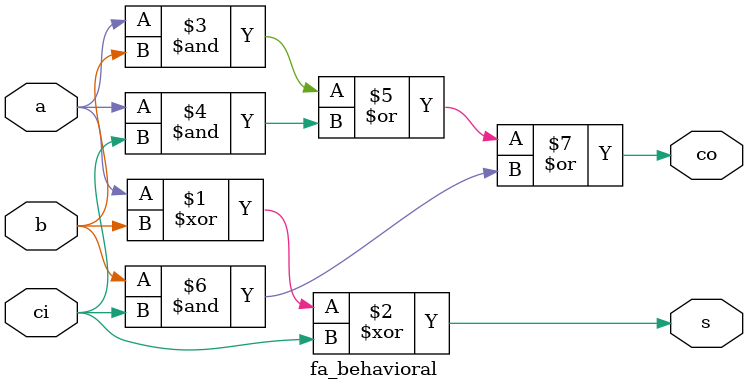
<source format=v>
module fa_behavioral(a,b,ci,s,co);
       input a,b;
       input ci;
       output  s;
       output co;



       assign s=(a^b^ci);
       assign co=((a&b)|(a&ci)|(b&ci));



endmodule

</source>
